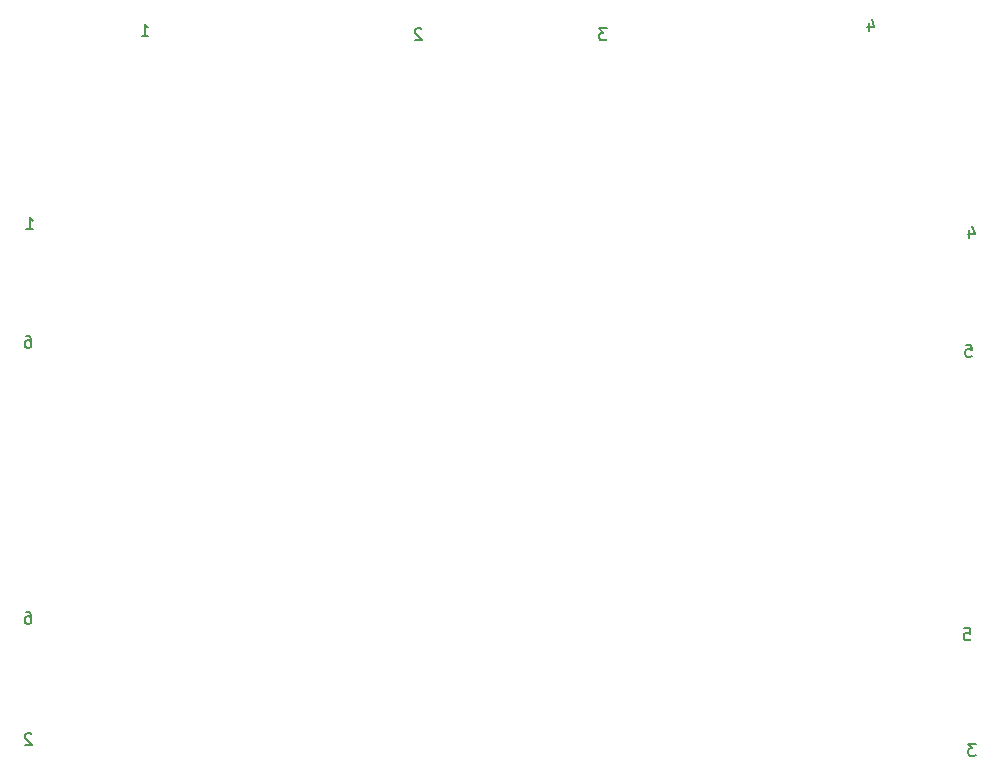
<source format=gbr>
G04 #@! TF.GenerationSoftware,KiCad,Pcbnew,(5.1.0)-1*
G04 #@! TF.CreationDate,2022-09-11T19:47:26+09:00*
G04 #@! TF.ProjectId,2022NHK_XBee_ver2,32303232-4e48-44b5-9f58-4265655f7665,rev?*
G04 #@! TF.SameCoordinates,Original*
G04 #@! TF.FileFunction,Legend,Bot*
G04 #@! TF.FilePolarity,Positive*
%FSLAX46Y46*%
G04 Gerber Fmt 4.6, Leading zero omitted, Abs format (unit mm)*
G04 Created by KiCad (PCBNEW (5.1.0)-1) date 2022-09-11 19:47:26*
%MOMM*%
%LPD*%
G04 APERTURE LIST*
%ADD10C,0.150000*%
G04 APERTURE END LIST*
D10*
X10318714Y-75493619D02*
X10271095Y-75446000D01*
X10175857Y-75398380D01*
X9937761Y-75398380D01*
X9842523Y-75446000D01*
X9794904Y-75493619D01*
X9747285Y-75588857D01*
X9747285Y-75684095D01*
X9794904Y-75826952D01*
X10366333Y-76398380D01*
X9747285Y-76398380D01*
X9874285Y-32710380D02*
X10445714Y-32710380D01*
X10160000Y-32710380D02*
X10160000Y-31710380D01*
X10255238Y-31853238D01*
X10350476Y-31948476D01*
X10445714Y-31996095D01*
X90249333Y-76287380D02*
X89630285Y-76287380D01*
X89963619Y-76668333D01*
X89820761Y-76668333D01*
X89725523Y-76715952D01*
X89677904Y-76763571D01*
X89630285Y-76858809D01*
X89630285Y-77096904D01*
X89677904Y-77192142D01*
X89725523Y-77239761D01*
X89820761Y-77287380D01*
X90106476Y-77287380D01*
X90201714Y-77239761D01*
X90249333Y-77192142D01*
X89725523Y-32805714D02*
X89725523Y-33472380D01*
X89963619Y-32424761D02*
X90201714Y-33139047D01*
X89582666Y-33139047D01*
X89296904Y-66508380D02*
X89773095Y-66508380D01*
X89820714Y-66984571D01*
X89773095Y-66936952D01*
X89677857Y-66889333D01*
X89439761Y-66889333D01*
X89344523Y-66936952D01*
X89296904Y-66984571D01*
X89249285Y-67079809D01*
X89249285Y-67317904D01*
X89296904Y-67413142D01*
X89344523Y-67460761D01*
X89439761Y-67508380D01*
X89677857Y-67508380D01*
X89773095Y-67460761D01*
X89820714Y-67413142D01*
X9842523Y-41743380D02*
X10033000Y-41743380D01*
X10128238Y-41791000D01*
X10175857Y-41838619D01*
X10271095Y-41981476D01*
X10318714Y-42171952D01*
X10318714Y-42552904D01*
X10271095Y-42648142D01*
X10223476Y-42695761D01*
X10128238Y-42743380D01*
X9937761Y-42743380D01*
X9842523Y-42695761D01*
X9794904Y-42648142D01*
X9747285Y-42552904D01*
X9747285Y-42314809D01*
X9794904Y-42219571D01*
X9842523Y-42171952D01*
X9937761Y-42124333D01*
X10128238Y-42124333D01*
X10223476Y-42171952D01*
X10271095Y-42219571D01*
X10318714Y-42314809D01*
X9842523Y-65111380D02*
X10033000Y-65111380D01*
X10128238Y-65159000D01*
X10175857Y-65206619D01*
X10271095Y-65349476D01*
X10318714Y-65539952D01*
X10318714Y-65920904D01*
X10271095Y-66016142D01*
X10223476Y-66063761D01*
X10128238Y-66111380D01*
X9937761Y-66111380D01*
X9842523Y-66063761D01*
X9794904Y-66016142D01*
X9747285Y-65920904D01*
X9747285Y-65682809D01*
X9794904Y-65587571D01*
X9842523Y-65539952D01*
X9937761Y-65492333D01*
X10128238Y-65492333D01*
X10223476Y-65539952D01*
X10271095Y-65587571D01*
X10318714Y-65682809D01*
X89423904Y-42505380D02*
X89900095Y-42505380D01*
X89947714Y-42981571D01*
X89900095Y-42933952D01*
X89804857Y-42886333D01*
X89566761Y-42886333D01*
X89471523Y-42933952D01*
X89423904Y-42981571D01*
X89376285Y-43076809D01*
X89376285Y-43314904D01*
X89423904Y-43410142D01*
X89471523Y-43457761D01*
X89566761Y-43505380D01*
X89804857Y-43505380D01*
X89900095Y-43457761D01*
X89947714Y-43410142D01*
X81216523Y-15279714D02*
X81216523Y-15946380D01*
X81454619Y-14898761D02*
X81692714Y-15613047D01*
X81073666Y-15613047D01*
X59007333Y-15708380D02*
X58388285Y-15708380D01*
X58721619Y-16089333D01*
X58578761Y-16089333D01*
X58483523Y-16136952D01*
X58435904Y-16184571D01*
X58388285Y-16279809D01*
X58388285Y-16517904D01*
X58435904Y-16613142D01*
X58483523Y-16660761D01*
X58578761Y-16708380D01*
X58864476Y-16708380D01*
X58959714Y-16660761D01*
X59007333Y-16613142D01*
X43338714Y-15803619D02*
X43291095Y-15756000D01*
X43195857Y-15708380D01*
X42957761Y-15708380D01*
X42862523Y-15756000D01*
X42814904Y-15803619D01*
X42767285Y-15898857D01*
X42767285Y-15994095D01*
X42814904Y-16136952D01*
X43386333Y-16708380D01*
X42767285Y-16708380D01*
X19653285Y-16327380D02*
X20224714Y-16327380D01*
X19939000Y-16327380D02*
X19939000Y-15327380D01*
X20034238Y-15470238D01*
X20129476Y-15565476D01*
X20224714Y-15613095D01*
M02*

</source>
